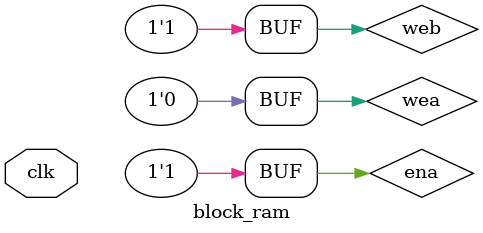
<source format=v>
`timescale 1ns / 1ps
module add(input [7:0] a,b, input dacq, output [8:0]c);
assign c= dacq ? a+b : 9'd0;
endmodule

module block_ram(
    input clk
    );
    
    wire [7:0]douta,doutb,din;
    wire [8:0]doutc;
    
    wire reset;
    reg wea,ena;
    reg web;
    reg [8:0]result;
    reg [3:0]addr;
    reg [7:0]ain[0:15];
    reg [7:0]bin[0:15];
    //wire [8:0]cin[0:15];
    wire [8:0]cout[0:15];
    reg dacq;
    
    initial begin
        wea=1'b0;
        ena=1'b1;
        web=1'b1;
        addr=4'b0000;
        dacq=0;
    end
   
    
    
   blk_mem_gen_0 a (
  .clka(clk),    // input wire clka
  .ena(ena),      // input wire ena
  .wea(wea),      // input wire [0 : 0] wea
  .addra(addr),  // input wire [3 : 0] addra
  .dina(din),    // input wire [7 : 0] dina
  .douta(douta)  // output wire [7 : 0] douta
);

    blk_mem_gen_1 b (
  .clka(clk),    // input wire clka
  .ena(ena),      // input wire ena
  .wea(wea),      // input wire [0 : 0] wea
  .addra(addr),  // input wire [3 : 0] addra
  .dina(din),    // input wire [7 : 0] dina
  .douta(doutb)  // output wire [7 : 0] douta
);

ila_0 ila (
	.clk(clk), // input wire clk


	.probe0(cout[0]), // input wire [8:0]  probe0  
	.probe1(cout[1]), // input wire [8:0]  probe1 
	.probe2(cout[2]), // input wire [8:0]  probe2 
	.probe3(cout[3]), // input wire [8:0]  probe3 
	.probe4(cout[4]), // input wire [8:0]  probe4 
	.probe5(cout[5]), // input wire [8:0]  probe5 
	.probe6(cout[6]), // input wire [8:0]  probe6 
	.probe7(cout[7]), // input wire [8:0]  probe7 
	.probe8(cout[8]), // input wire [8:0]  probe8 
	.probe9(cout[9]), // input wire [8:0]  probe9 
	.probe10(cout[10]), // input wire [8:0]  probe10 
	.probe11(cout[11]), // input wire [8:0]  probe11 
	.probe12(cout[12]), // input wire [8:0]  probe12 
	.probe13(cout[13]), // input wire [8:0]  probe13 
	.probe14(cout[14]), // input wire [8:0]  probe14 
	.probe15(cout[15]), // input wire [8:0]  probe15
	.probe16(dacq) // input wire [8:0]  probe15
);

always @(posedge clk or posedge reset) begin
    if(reset) begin
        addr<=4'd0;
        //result<=9'd0;
    end
    else begin
       ain[addr]<=douta;
       bin[addr]<=doutb;
       dacq<=(!dacq && (addr==4'b1111))? 1'b1 : dacq;
       addr<=addr+4'b0001;
        
    end
end

genvar i;
generate
for(i=0;i<16;i=i+1) begin
    add M1(.a(ain[i]), .b(bin[i]), .c(cout[i]), .dacq(dacq));
    //assign cout[i]= dacq? (ain[i]+bin[i]) : 9'd0;
end
endgenerate 


endmodule

</source>
